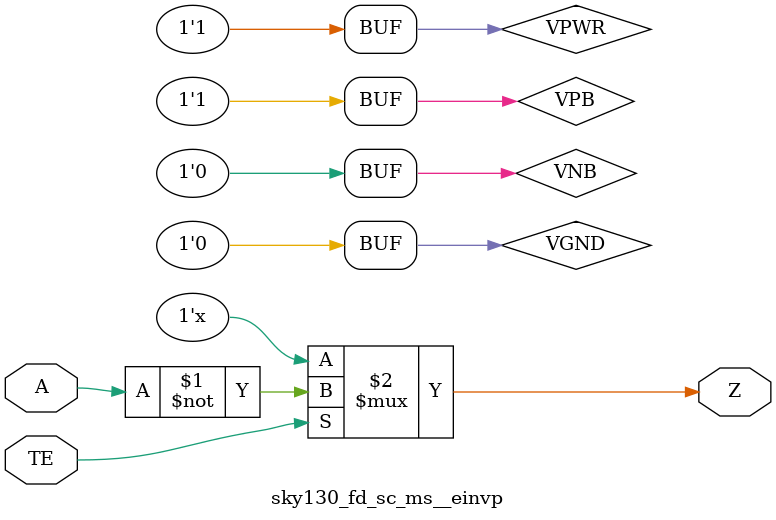
<source format=v>
/*
 * Copyright 2020 The SkyWater PDK Authors
 *
 * Licensed under the Apache License, Version 2.0 (the "License");
 * you may not use this file except in compliance with the License.
 * You may obtain a copy of the License at
 *
 *     https://www.apache.org/licenses/LICENSE-2.0
 *
 * Unless required by applicable law or agreed to in writing, software
 * distributed under the License is distributed on an "AS IS" BASIS,
 * WITHOUT WARRANTIES OR CONDITIONS OF ANY KIND, either express or implied.
 * See the License for the specific language governing permissions and
 * limitations under the License.
 *
 * SPDX-License-Identifier: Apache-2.0
*/


`ifndef SKY130_FD_SC_MS__EINVP_BEHAVIORAL_V
`define SKY130_FD_SC_MS__EINVP_BEHAVIORAL_V

/**
 * einvp: Tri-state inverter, positive enable.
 *
 * Verilog simulation functional model.
 */

`timescale 1ns / 1ps
`default_nettype none

`celldefine
module sky130_fd_sc_ms__einvp (
    Z ,
    A ,
    TE
);

    // Module ports
    output Z ;
    input  A ;
    input  TE;

    // Module supplies
    supply1 VPWR;
    supply0 VGND;
    supply1 VPB ;
    supply0 VNB ;

    //     Name     Output  Other arguments
    notif1 notif10 (Z     , A, TE          );

endmodule
`endcelldefine

`default_nettype wire
`endif  // SKY130_FD_SC_MS__EINVP_BEHAVIORAL_V
</source>
